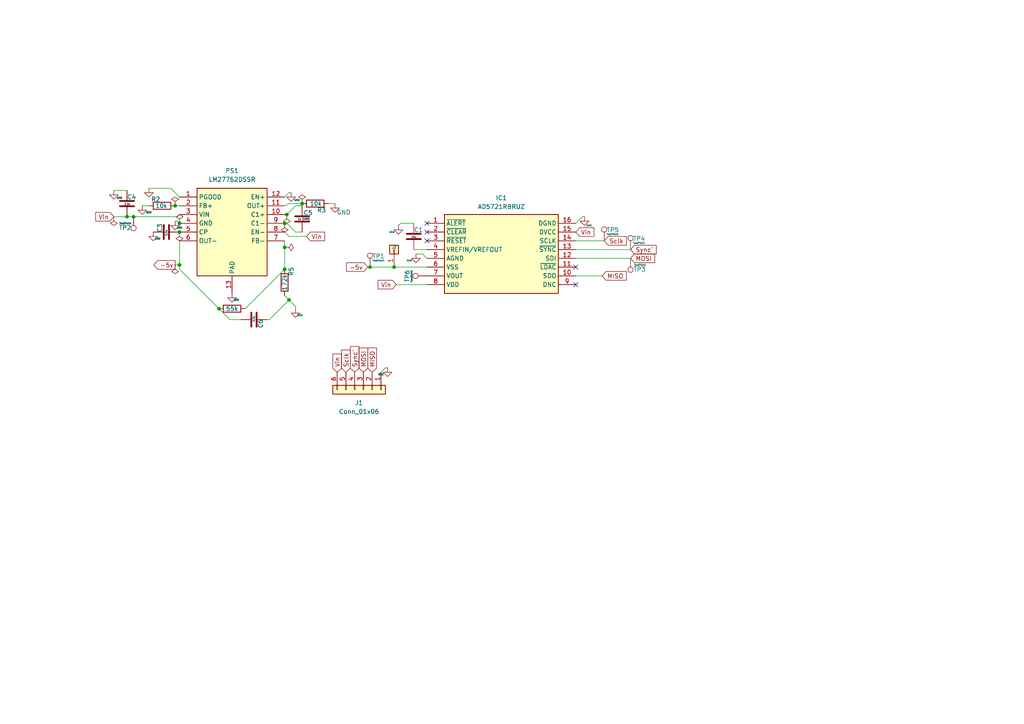
<source format=kicad_sch>
(kicad_sch (version 20230121) (generator eeschema)
  (paper "A4")
  (lib_symbols
    (symbol "AD5721RBRUZ:AD5721RBRUZ"
      (property "Reference" "IC" (at 39.37 7.62 0))
      (property "Value" "AD5721RBRUZ" (at 39.37 5.08 0))
      (symbol "AD5721RBRUZ_1_1"
        (rectangle (start 5.08 2.54) (end 38.1 -20.32) (stroke (width 0.254)) (fill (type background)))
        (pin passive line (at 0 0 0) (length 5.08) (name "~{ALERT}") (number "1"))
        (pin passive line (at 43.18 -15.24 180) (length 5.08) (name "SDO") (number "10"))
        (pin passive line (at 43.18 -12.7 180) (length 5.08) (name "~{LDAC}") (number "11"))
        (pin passive line (at 43.18 -10.16 180) (length 5.08) (name "SDI") (number "12"))
        (pin passive line (at 43.18 -7.62 180) (length 5.08) (name "~{SYNC}") (number "13"))
        (pin passive line (at 43.18 -5.08 180) (length 5.08) (name "SCLK") (number "14"))
        (pin passive line (at 43.18 -2.54 180) (length 5.08) (name "DVCC") (number "15"))
        (pin passive line (at 43.18 0 180) (length 5.08) (name "DGND") (number "16"))
        (pin passive line (at 0 -2.54 0) (length 5.08) (name "~{CLEAR}") (number "2"))
        (pin passive line (at 0 -5.08 0) (length 5.08) (name "~{RESET}") (number "3"))
        (pin passive line (at 0 -7.62 0) (length 5.08) (name "VREFIN/VREFOUT") (number "4"))
        (pin passive line (at 0 -10.16 0) (length 5.08) (name "AGND") (number "5"))
        (pin passive line (at 0 -12.7 0) (length 5.08) (name "VSS") (number "6"))
        (pin passive line (at 0 -15.24 0) (length 5.08) (name "VOUT") (number "7"))
        (pin passive line (at 0 -17.78 0) (length 5.08) (name "VDD") (number "8"))
        (pin passive line (at 43.18 -17.78 180) (length 5.08) (name "DNC") (number "9"))
      )
    )
    (symbol "Connector:TestPoint" (pin_numbers hide) (pin_names (offset 0.762) hide)
      (property "Reference" "TP" (at 0 6.858 0))
      (property "Value" "TestPoint" (at 0 5.08 0))
      (symbol "TestPoint_0_1"
        (circle (center 0 3.302) (radius 0.762))
      )
      (symbol "TestPoint_1_1"
        (pin passive line (at 0 0 90) (length 2.54) (name "1") (number "1"))
      )
    )
    (symbol "Connector_Generic:Conn_01x01" (pin_names (offset 1.016) hide)
      (property "Reference" "J" (at 0 2.54 0))
      (property "Value" "Conn_01x01" (at 0 -2.54 0))
      (symbol "Conn_01x01_1_1"
        (rectangle (start -1.27 0.127) (end 0 -0.127) (stroke (width 0.1524)))
        (rectangle (start -1.27 1.27) (end 1.27 -1.27) (stroke (width 0.254)) (fill (type background)))
        (pin passive line (at -5.08 0 0) (length 3.81) (name "Pin_1") (number "1"))
      )
    )
    (symbol "Connector_Generic:Conn_01x06" (pin_names (offset 1.016) hide)
      (property "Reference" "J" (at 0 7.62 0))
      (property "Value" "Conn_01x06" (at 0 -10.16 0))
      (symbol "Conn_01x06_1_1"
        (rectangle (start -1.27 -7.493) (end 0 -7.747) (stroke (width 0.1524)))
        (rectangle (start -1.27 -4.953) (end 0 -5.207) (stroke (width 0.1524)))
        (rectangle (start -1.27 -2.413) (end 0 -2.667) (stroke (width 0.1524)))
        (rectangle (start -1.27 0.127) (end 0 -0.127) (stroke (width 0.1524)))
        (rectangle (start -1.27 2.667) (end 0 2.413) (stroke (width 0.1524)))
        (rectangle (start -1.27 5.207) (end 0 4.953) (stroke (width 0.1524)))
        (rectangle (start -1.27 6.35) (end 1.27 -8.89) (stroke (width 0.254)) (fill (type background)))
        (pin passive line (at -5.08 5.08 0) (length 3.81) (name "Pin_1") (number "1"))
        (pin passive line (at -5.08 2.54 0) (length 3.81) (name "Pin_2") (number "2"))
        (pin passive line (at -5.08 0 0) (length 3.81) (name "Pin_3") (number "3"))
        (pin passive line (at -5.08 -2.54 0) (length 3.81) (name "Pin_4") (number "4"))
        (pin passive line (at -5.08 -5.08 0) (length 3.81) (name "Pin_5") (number "5"))
        (pin passive line (at -5.08 -7.62 0) (length 3.81) (name "Pin_6") (number "6"))
      )
    )
    (symbol "Device:C" (pin_numbers hide) (pin_names (offset 0.254))
      (property "Reference" "C" (at 0.635 2.54 0))
      (property "Value" "C" (at 0.635 -2.54 0))
      (symbol "C_0_1"
        (polyline (pts (xy -2.032 -0.762) (xy 2.032 -0.762)) (stroke (width 0.508)))
        (polyline (pts (xy -2.032 0.762) (xy 2.032 0.762)) (stroke (width 0.508)))
      )
      (symbol "C_1_1"
        (pin passive line (at 0 3.81 270) (length 2.794) (name "~") (number "1"))
        (pin passive line (at 0 -3.81 90) (length 2.794) (name "~") (number "2"))
      )
    )
    (symbol "Device:R" (pin_numbers hide) (pin_names (offset 0))
      (property "Reference" "R" (at 2.032 0 90))
      (property "Value" "R" (at 0 0 90))
      (symbol "R_0_1"
        (rectangle (start -1.016 -2.54) (end 1.016 2.54) (stroke (width 0.254)))
      )
      (symbol "R_1_1"
        (pin passive line (at 0 3.81 270) (length 1.27) (name "~") (number "1"))
        (pin passive line (at 0 -3.81 90) (length 1.27) (name "~") (number "2"))
      )
    )
    (symbol "LM27762DSSR:LM27762DSSR"
      (property "Reference" "PS" (at 26.67 7.62 0))
      (property "Value" "LM27762DSSR" (at 26.67 5.08 0))
      (symbol "LM27762DSSR_1_1"
        (rectangle (start 5.08 2.54) (end 25.4 -22.86) (stroke (width 0.254)) (fill (type background)))
        (pin output line (at 0 0 0) (length 5.08) (name "PGOOD") (number "1"))
        (pin power_in line (at 30.48 -5.08 180) (length 5.08) (name "C1+") (number "10"))
        (pin power_in line (at 30.48 -2.54 180) (length 5.08) (name "OUT+") (number "11"))
        (pin input line (at 30.48 0 180) (length 5.08) (name "EN+") (number "12"))
        (pin power_in line (at 15.24 -27.94 90) (length 5.08) (name "PAD") (number "13"))
        (pin power_in line (at 0 -2.54 0) (length 5.08) (name "FB+") (number "2"))
        (pin power_in line (at 0 -5.08 0) (length 5.08) (name "VIN") (number "3"))
        (pin power_in line (at 0 -7.62 0) (length 5.08) (name "GND") (number "4"))
        (pin power_in line (at 0 -10.16 0) (length 5.08) (name "CP") (number "5"))
        (pin power_in line (at 0 -12.7 0) (length 5.08) (name "OUT-") (number "6"))
        (pin power_in line (at 30.48 -12.7 180) (length 5.08) (name "FB-") (number "7"))
        (pin input line (at 30.48 -10.16 180) (length 5.08) (name "EN-") (number "8"))
        (pin power_in line (at 30.48 -7.62 180) (length 5.08) (name "C1-") (number "9"))
      )
    )
    (symbol "power:GND" (power) (pin_names (offset 0))
      (property "Value" "GND" (at 0 -3.81 0))
      (symbol "GND_0_1"
        (polyline (pts (xy 0 0) (xy 0 -1.27) (xy 1.27 -1.27) (xy 0 -2.54) (xy -1.27 -1.27) (xy 0 -1.27)))
      )
      (symbol "GND_1_1"
        (pin power_in line (at 0 0 270) (length 0) hide (name "GND") (number "1"))
      )
    )
    (symbol "power:PWR_FLAG" (power) (pin_numbers hide) (pin_names (offset 0) hide)
      (property "Value" "PWR_FLAG" (at 0 3.81 0))
      (symbol "PWR_FLAG_0_0"
        (pin power_out line (at 0 0 90) (length 0) (name "pwr") (number "1"))
      )
      (symbol "PWR_FLAG_0_1"
        (polyline (pts (xy 0 0) (xy 0 1.27) (xy -1.016 1.905) (xy 0 2.54) (xy 1.016 1.905) (xy 0 1.27)))
      )
    )
  )
  (junction (at 38.735 62.865))
  (junction (at 114.3 77.47))
  (junction (at 63.5 89.535))
  (junction (at 50.8 59.69))
  (junction (at 83.82 86.995))
  (junction (at 82.55 71.755))
  (junction (at 36.83 62.865))
  (junction (at 82.55 64.77))
  (junction (at 83.185 62.23))
  (junction (at 52.07 64.77))
  (junction (at 87.63 59.055))
  (junction (at 52.07 76.835))
  (junction (at 82.55 78.105))
  (junction (at 52.07 67.31))
  (junction (at 107.315 77.47))
  (no_connect (at 167.005 82.55))
  (no_connect (at 123.825 64.77))
  (no_connect (at 123.825 67.31))
  (no_connect (at 123.825 69.85))
  (no_connect (at 167.005 77.47))
  (wire (pts (xy 114.935 82.55) (xy 123.825 82.55)))
  (wire (pts (xy 83.82 86.995) (xy 82.55 85.725)))
  (wire (pts (xy 88.9 68.58) (xy 83.82 68.58)))
  (wire (pts (xy 174.625 80.01) (xy 167.005 80.01)))
  (wire (pts (xy 106.68 77.47) (xy 107.315 77.47)))
  (wire (pts (xy 78.105 92.71) (xy 83.82 86.995)))
  (wire (pts (xy 52.07 69.85) (xy 52.07 76.835)))
  (wire (pts (xy 85.725 67.31) (xy 83.185 64.77)))
  (wire (pts (xy 52.07 78.105) (xy 63.5 89.535)))
  (wire (pts (xy 63.5 89.535) (xy 66.675 92.71)))
  (wire (pts (xy 169.545 62.865) (xy 168.91 62.865)))
  (wire (pts (xy 33.02 62.865) (xy 36.83 62.865)))
  (wire (pts (xy 95.25 59.055) (xy 97.155 59.055)))
  (wire (pts (xy 107.315 77.47) (xy 114.3 77.47)))
  (wire (pts (xy 33.02 55.245) (xy 36.83 55.245)))
  (wire (pts (xy 77.47 92.71) (xy 78.105 92.71)))
  (wire (pts (xy 120.015 72.39) (xy 123.825 72.39)))
  (wire (pts (xy 83.82 55.88) (xy 82.55 57.15)))
  (wire (pts (xy 38.735 62.865) (xy 51.435 62.865)))
  (wire (pts (xy 82.55 78.105) (xy 71.12 89.535)))
  (wire (pts (xy 84.455 55.88) (xy 83.82 55.88)))
  (wire (pts (xy 182.88 74.93) (xy 167.005 74.93)))
  (wire (pts (xy 83.185 64.77) (xy 82.55 64.77)))
  (wire (pts (xy 85.725 59.69) (xy 83.185 62.23)))
  (wire (pts (xy 87.63 67.31) (xy 85.725 67.31)))
  (wire (pts (xy 50.8 76.835) (xy 52.07 76.835)))
  (wire (pts (xy 87.63 59.69) (xy 85.725 59.69)))
  (wire (pts (xy 120.015 64.77) (xy 116.205 64.77)))
  (wire (pts (xy 82.55 69.85) (xy 82.55 71.755)))
  (wire (pts (xy 122.555 73.66) (xy 123.825 74.93)))
  (wire (pts (xy 52.07 76.835) (xy 52.07 78.105)))
  (wire (pts (xy 69.85 92.71) (xy 66.675 92.71)))
  (wire (pts (xy 51.435 62.865) (xy 52.07 62.23)))
  (wire (pts (xy 83.185 62.23) (xy 82.55 62.23)))
  (wire (pts (xy 85.725 89.535) (xy 85.725 88.9)))
  (wire (pts (xy 43.18 59.69) (xy 41.275 59.69)))
  (wire (pts (xy 120.65 73.66) (xy 122.555 73.66)))
  (wire (pts (xy 43.18 54.61) (xy 49.53 54.61)))
  (wire (pts (xy 182.88 72.39) (xy 167.005 72.39)))
  (wire (pts (xy 87.63 59.055) (xy 83.82 59.055)))
  (wire (pts (xy 83.82 59.055) (xy 82.55 59.69)))
  (wire (pts (xy 114.3 77.47) (xy 123.825 77.47)))
  (wire (pts (xy 36.83 62.865) (xy 38.735 62.865)))
  (wire (pts (xy 175.26 69.85) (xy 167.005 69.85)))
  (wire (pts (xy 116.205 64.77) (xy 115.57 65.405)))
  (wire (pts (xy 50.8 64.135) (xy 51.435 64.135)))
  (wire (pts (xy 49.53 54.61) (xy 52.07 57.15)))
  (wire (pts (xy 85.725 88.9) (xy 83.82 86.995)))
  (wire (pts (xy 50.8 59.69) (xy 52.07 59.69)))
  (wire (pts (xy 82.55 71.755) (xy 82.55 78.105)))
  (wire (pts (xy 83.82 68.58) (xy 82.55 67.31)))
  (wire (pts (xy 112.395 106.68) (xy 111.76 106.68)))
  (wire (pts (xy 111.76 106.68) (xy 110.49 107.95)))
  (wire (pts (xy 168.91 62.865) (xy 167.005 64.77)))
  (wire (pts (xy 52.07 64.77) (xy 51.435 64.135)))
  (global_label "MISO" (shape input) (at 174.625 80.01 0) (property "Intersheetrefs" "${INTERSHEET_REFS}" (effects hide)))
  (global_label "-5v" (shape input) (at 106.68 77.47 180) (property "Intersheetrefs" "${INTERSHEET_REFS}" (effects hide)))
  (global_label "Sclk" (shape input) (at 175.26 69.85 0) (property "Intersheetrefs" "${INTERSHEET_REFS}" (effects hide)))
  (global_label "Vin" (shape input) (at 114.935 82.55 180) (property "Intersheetrefs" "${INTERSHEET_REFS}" (effects hide)))
  (global_label "-5v" (shape output) (at 50.8 76.835 180) (property "Intersheetrefs" "${INTERSHEET_REFS}" (effects hide)))
  (global_label "Sync'" (shape input) (at 102.87 107.95 90) (property "Intersheetrefs" "${INTERSHEET_REFS}" (effects hide)))
  (global_label "MISO" (shape input) (at 107.95 107.95 90) (property "Intersheetrefs" "${INTERSHEET_REFS}" (effects hide)))
  (global_label "Vin" (shape input) (at 97.79 107.95 90) (property "Intersheetrefs" "${INTERSHEET_REFS}" (effects hide)))
  (global_label "MOSI" (shape input) (at 182.88 74.93 0) (property "Intersheetrefs" "${INTERSHEET_REFS}" (effects hide)))
  (global_label "MOSI" (shape input) (at 105.41 107.95 90) (property "Intersheetrefs" "${INTERSHEET_REFS}" (effects hide)))
  (global_label "Vin" (shape input) (at 88.9 68.58 0) (property "Intersheetrefs" "${INTERSHEET_REFS}" (effects hide)))
  (global_label "Vin" (shape input) (at 167.005 67.31 0) (property "Intersheetrefs" "${INTERSHEET_REFS}" (effects hide)))
  (global_label "Sclk" (shape input) (at 100.33 107.95 90) (property "Intersheetrefs" "${INTERSHEET_REFS}" (effects hide)))
  (global_label "Vin" (shape input) (at 33.02 62.865 180) (property "Intersheetrefs" "${INTERSHEET_REFS}" (effects hide)))
  (global_label "Sync'" (shape input) (at 182.88 72.39 0) (property "Intersheetrefs" "${INTERSHEET_REFS}" (effects hide)))
  (symbol (lib_id "power:PWR_FLAG") (at 33.02 62.865 180) (unit 1)
    (property "Reference" "#FLG01" (effects hide))
    (property "Value" "PWR_FLAG" (effects hide))
  )
  (symbol (lib_id "power:PWR_FLAG") (at 87.63 59.055 0) (unit 1)
    (property "Reference" "#FLG02" (effects hide))
    (property "Value" "PWR_FLAG" (effects hide))
  )
  (symbol (lib_id "power:GND") (at 33.02 55.245 0) (unit 1)
    (property "Reference" "#PWR07" (effects hide))
    (property "Value" "GND" (at 34.671 57.404 0) (effects (font (size 0.5 0.5))))
  )
  (symbol (lib_id "AD5721RBRUZ:AD5721RBRUZ") (at 123.825 64.77 0) (unit 1)
    (property "Reference" "IC1" (at 145.415 57.404 0))
    (property "Value" "AD5721RBRUZ" (at 145.415 59.944 0))
    (property "Footprint" "21xt_footprints:AD5721" (effects hide))
    (property "Datasheet" "http://www.analog.com/media/en/technical-documentation/data-sheets/ad5761r_5721r.pdf" (effects hide))
    (property "Height" "1.2" (effects hide))
    (property "Mouser Part Number" "584-AD5721RBRUZ" (effects hide))
    (property "Mouser Price/Stock" "https://www.mouser.co.uk/ProductDetail/Analog-Devices/AD5721RBRUZ?qs=NEWnq6vH5Lc0qthc05AK%252BQ%3D%3D" (effects hide))
    (property "Manufacturer_Name" "Analog Devices" (effects hide))
    (property "Manufacturer_Part_Number" "AD5721RBRUZ" (effects hide))
  )
  (symbol (lib_id "Connector_Generic:Conn_01x06") (at 105.41 113.03 270) (unit 1)
    (property "Reference" "J1" (at 104.14 116.84 90))
    (property "Value" "Conn_01x06" (at 104.14 119.38 90))
    (property "Footprint" "Connector_PinHeader_2.00mm:PinHeader_1x06_P2.00mm_Vertical" (effects hide))
  )
  (symbol (lib_id "power:GND") (at 85.725 89.535 0) (unit 1)
    (property "Reference" "#PWR010" (effects hide))
    (property "Value" "GND" (at 86.995 91.44 0) (effects (font (size 0.5 0.5))))
  )
  (symbol (lib_id "power:GND") (at 41.275 59.69 0) (unit 1)
    (property "Reference" "#PWR06" (effects hide))
    (property "Value" "GND" (at 43.18 61.595 0) (effects (font (size 0.5 0.5))))
  )
  (symbol (lib_id "power:PWR_FLAG") (at 50.8 76.835 180) (unit 1)
    (property "Reference" "#FLG06" (effects hide))
    (property "Value" "PWR_FLAG" (effects hide))
  )
  (symbol (lib_id "power:GND") (at 112.395 106.68 0) (unit 1)
    (property "Reference" "#PWR013" (effects hide))
    (property "Value" "GND" (at 110.49 108.585 0) (effects (font (size 0.5 0.5))))
  )
  (symbol (lib_id "power:GND") (at 50.8 64.135 0) (unit 1)
    (property "Reference" "#PWR09" (effects hide))
    (property "Value" "GND" (at 52.07 66.04 0) (effects (font (size 0.5 0.5))))
  )
  (symbol (lib_id "Connector:TestPoint") (at 182.88 72.39 0) (unit 1)
    (property "Reference" "TP4" (at 183.515 69.215 0) (effects (justify left)))
    (property "Value" "TestPoint" (at 183.515 70.485 0) (effects (font (size 0.5 0.5)) (justify left)))
    (property "Footprint" "TestPoint:TestPoint_Pad_D1.0mm" (effects hide))
  )
  (symbol (lib_id "Device:C") (at 73.66 92.71 90) (unit 1)
    (property "Reference" "C6" (at 75.565 95.25 0) (effects (justify left)))
    (property "Value" "4.7u" (at 73.66 93.345 0) (effects (font (size 0.5 0.5)) (justify left)))
    (property "Footprint" "Resistor_SMD:R_0402_1005Metric" (effects hide))
  )
  (symbol (lib_id "Connector:TestPoint") (at 107.315 77.47 0) (unit 1)
    (property "Reference" "TP1" (at 107.95 74.295 0) (effects (justify left)))
    (property "Value" "TestPoint" (at 107.95 75.565 0) (effects (font (size 0.5 0.5)) (justify left)))
    (property "Footprint" "TestPoint:TestPoint_Pad_D1.0mm" (effects hide))
  )
  (symbol (lib_id "Device:R") (at 46.99 59.69 270) (unit 1)
    (property "Reference" "R2" (at 43.815 57.785 90) (effects (justify left)))
    (property "Value" "10k" (at 45.085 59.69 90) (effects (font (size 1.2 1.2)) (justify left)))
    (property "Footprint" "Resistor_SMD:R_0402_1005Metric_Pad0.72x0.64mm_HandSolder" (effects hide))
  )
  (symbol (lib_id "Connector:TestPoint") (at 182.88 74.93 180) (unit 1)
    (property "Reference" "TP3" (at 187.325 78.105 0) (effects (justify left)))
    (property "Value" "TestPoint" (at 187.325 76.835 0) (effects (font (size 0.5 0.5)) (justify left)))
    (property "Footprint" "TestPoint:TestPoint_Pad_D1.0mm" (effects hide))
  )
  (symbol (lib_id "LM27762DSSR:LM27762DSSR") (at 52.07 57.15 0) (unit 1)
    (property "Reference" "PS1" (at 67.31 49.53 0))
    (property "Value" "LM27762DSSR" (at 67.31 52.07 0))
    (property "Footprint" "21xt_footprints:LM27762DSST" (effects hide))
    (property "Datasheet" "https://www.ti.com/lit/ds/symlink/lm27762.pdf" (effects hide))
    (property "Height" "0.8" (effects hide))
    (property "Mouser Part Number" "595-LM27762DSSR" (effects hide))
    (property "Mouser Price/Stock" "https://www.mouser.co.uk/ProductDetail/Texas-Instruments/LM27762DSSR?qs=vcbl%252BK4rRlfEJcC9xQ80sA%3D%3D" (effects hide))
    (property "Manufacturer_Name" "Texas Instruments" (effects hide))
    (property "Manufacturer_Part_Number" "LM27762DSSR" (effects hide))
  )
  (symbol (lib_id "power:GND") (at 44.45 67.31 0) (unit 1)
    (property "Reference" "#PWR04" (effects hide))
    (property "Value" "GND" (at 45.72 69.215 0) (effects (font (size 0.5 0.5))))
  )
  (symbol (lib_id "Device:R") (at 67.31 89.535 90) (unit 1)
    (property "Reference" "R4" (effects hide))
    (property "Value" "55k" (at 67.31 89.535 90))
    (property "Footprint" "Resistor_SMD:R_0402_1005Metric_Pad0.72x0.64mm_HandSolder" (effects hide))
  )
  (symbol (lib_id "Device:C") (at 87.63 63.5 0) (unit 1)
    (property "Reference" "C5" (at 88.011 61.722 0) (effects (justify left)))
    (property "Value" "1u (10V)" (at 86.36 63.5 0) (effects (font (size 0.5 0.5)) (justify left)))
    (property "Footprint" "Resistor_SMD:R_0402_1005Metric" (effects hide))
  )
  (symbol (lib_id "Connector_Generic:Conn_01x01") (at 114.3 72.39 90) (unit 1)
    (property "Reference" "J2" (at 113.665 71.755 90) (effects (font (size 0.7 0.7)) (justify right)))
    (property "Value" "Conn_01x01" (effects hide))
    (property "Footprint" "Connector_PinHeader_2.00mm:PinHeader_1x01_P2.00mm_Vertical" (effects hide))
  )
  (symbol (lib_id "power:GND") (at 84.455 55.88 0) (unit 1)
    (property "Reference" "#PWR08" (effects hide))
    (property "Value" "GND" (at 86.106 58.039 0) (effects (font (size 0.5 0.5))))
  )
  (symbol (lib_id "power:PWR_FLAG") (at 52.07 64.77 0) (unit 1)
    (property "Reference" "#FLG07" (effects hide))
    (property "Value" "PWR_FLAG" (effects hide))
  )
  (symbol (lib_id "Device:R") (at 82.55 81.915 0) (unit 1)
    (property "Reference" "R5" (at 84.455 78.74 90))
    (property "Value" "172k" (at 82.55 81.915 90))
    (property "Footprint" "Resistor_SMD:R_0402_1005Metric_Pad0.72x0.64mm_HandSolder" (effects hide))
  )
  (symbol (lib_id "Device:C") (at 120.015 68.58 0) (unit 1)
    (property "Reference" "C1" (at 120.015 66.675 0) (effects (justify left)))
    (property "Value" "10u" (at 119.253 68.707 0) (effects (font (size 0.5 0.5)) (justify left)))
    (property "Footprint" "Resistor_SMD:R_0402_1005Metric" (effects hide))
  )
  (symbol (lib_id "Connector:TestPoint") (at 38.735 62.865 180) (unit 1)
    (property "Reference" "TP2" (at 38.1 66.04 0) (effects (justify left)))
    (property "Value" "TestPoint" (at 38.1 64.77 0) (effects (font (size 0.5 0.5)) (justify left)))
    (property "Footprint" "TestPoint:TestPoint_Pad_D1.0mm" (effects hide))
  )
  (symbol (lib_id "Connector:TestPoint") (at 175.26 69.85 0) (unit 1)
    (property "Reference" "TP5" (at 175.895 66.675 0) (effects (justify left)))
    (property "Value" "TestPoint" (at 175.895 67.945 0) (effects (font (size 0.5 0.5)) (justify left)))
    (property "Footprint" "TestPoint:TestPoint_Pad_D1.0mm" (effects hide))
  )
  (symbol (lib_id "Connector:TestPoint") (at 123.825 80.01 90) (unit 1)
    (property "Reference" "TP6" (at 118.11 81.915 0) (effects (justify left)))
    (property "Value" "TestPoint" (at 119.38 81.915 0) (effects (font (size 0.5 0.5)) (justify left)))
    (property "Footprint" "TestPoint:TestPoint_Pad_D1.0mm" (effects hide))
  )
  (symbol (lib_id "power:PWR_FLAG") (at 82.55 71.755 270) (unit 1)
    (property "Reference" "#FLG04" (effects hide))
    (property "Value" "PWR_FLAG" (effects hide))
  )
  (symbol (lib_id "power:PWR_FLAG") (at 50.8 59.69 0) (unit 1)
    (property "Reference" "#FLG05" (effects hide))
    (property "Value" "PWR_FLAG" (effects hide))
  )
  (symbol (lib_id "power:GND") (at 120.65 73.66 0) (unit 1)
    (property "Reference" "#PWR03" (effects hide))
    (property "Value" "GND" (at 118.745 75.565 0) (effects (font (size 0.5 0.5))))
  )
  (symbol (lib_id "Device:R") (at 91.44 59.055 90) (unit 1)
    (property "Reference" "R3" (at 94.615 60.96 90) (effects (justify left)))
    (property "Value" "10k" (at 93.345 59.055 90) (effects (font (size 1.2 1.2)) (justify left)))
    (property "Footprint" "Resistor_SMD:R_0402_1005Metric_Pad0.72x0.64mm_HandSolder" (effects hide))
  )
  (symbol (lib_id "power:GND") (at 67.31 85.09 0) (unit 1)
    (property "Reference" "#PWR011" (effects hide))
    (property "Value" "GND" (at 68.58 86.995 0) (effects (font (size 0.5 0.5))))
  )
  (symbol (lib_id "power:GND") (at 115.57 65.405 0) (unit 1)
    (property "Reference" "#PWR02" (effects hide))
    (property "Value" "GND" (at 113.665 67.31 0) (effects (font (size 0.5 0.5))))
  )
  (symbol (lib_id "power:PWR_FLAG") (at 52.07 67.31 180) (unit 1)
    (property "Reference" "#FLG08" (effects hide))
    (property "Value" "PWR_FLAG" (effects hide))
  )
  (symbol (lib_id "power:PWR_FLAG") (at 83.185 62.23 180) (unit 1)
    (property "Reference" "#FLG03" (effects hide))
    (property "Value" "PWR_FLAG" (effects hide))
  )
  (symbol (lib_id "power:GND") (at 169.545 62.865 0) (unit 1)
    (property "Reference" "#PWR012" (effects hide))
    (property "Value" "GND" (at 170.815 65.405 0) (effects (font (size 0.5 0.5))))
  )
  (symbol (lib_id "power:GND") (at 97.155 59.055 0) (unit 1)
    (property "Reference" "#PWR05" (effects hide))
    (property "Value" "GND" (at 99.695 61.595 0))
  )
  (symbol (lib_id "Device:C") (at 36.83 59.055 0) (unit 1)
    (property "Reference" "C4" (at 36.83 57.15 0) (effects (justify left)))
    (property "Value" "2.2u" (at 36.068 59.182 0) (effects (font (size 0.5 0.5)) (justify left)))
    (property "Footprint" "Resistor_SMD:R_0402_1005Metric" (effects hide))
  )
  (symbol (lib_id "power:PWR_FLAG") (at 82.55 64.77 180) (unit 1)
    (property "Reference" "#FLG09" (effects hide))
    (property "Value" "PWR_FLAG" (effects hide))
  )
  (symbol (lib_id "Device:C") (at 48.26 67.31 270) (unit 1)
    (property "Reference" "C3" (at 46.355 64.77 0) (effects (justify left)))
    (property "Value" "4.7u" (at 48.26 66.675 0) (effects (font (size 0.5 0.5)) (justify left)))
    (property "Footprint" "Resistor_SMD:R_0402_1005Metric" (effects hide))
  )
  (symbol (lib_id "power:GND") (at 43.18 54.61 0) (unit 1)
    (property "Reference" "#PWR01" (effects hide))
    (property "Value" "GND" (effects hide))
  )
)
</source>
